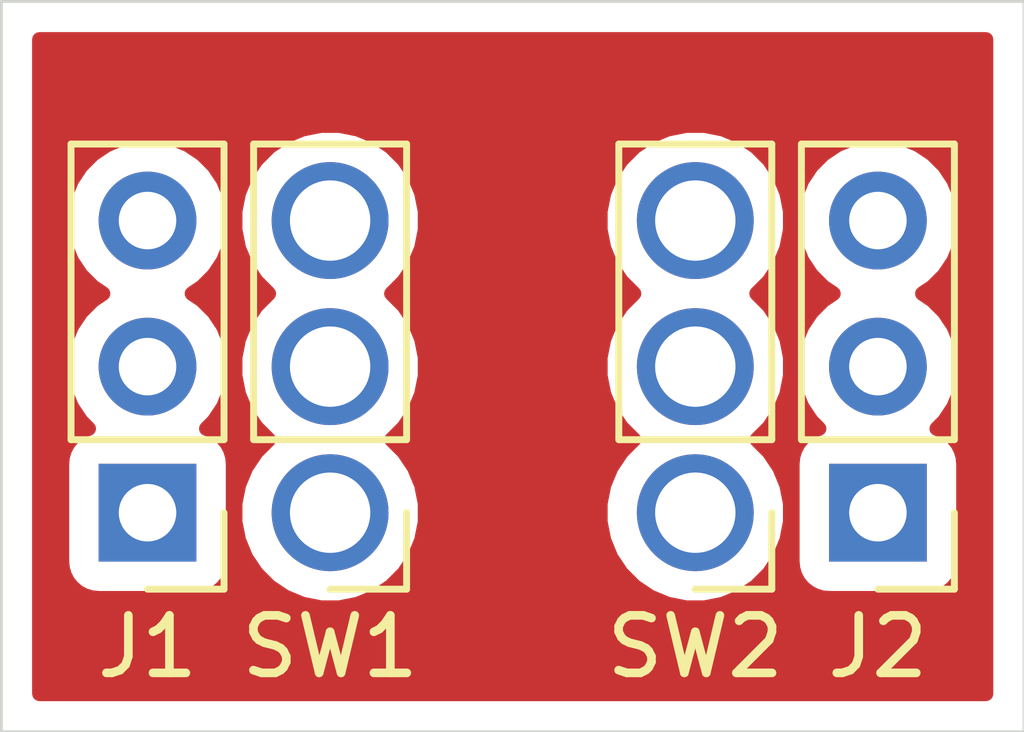
<source format=kicad_pcb>
(kicad_pcb (version 20171130) (host pcbnew "(5.1.5)-3")

  (general
    (thickness 1.6)
    (drawings 4)
    (tracks 0)
    (zones 0)
    (modules 4)
    (nets 7)
  )

  (page A4)
  (layers
    (0 F.Cu signal)
    (31 B.Cu signal)
    (32 B.Adhes user hide)
    (33 F.Adhes user hide)
    (34 B.Paste user hide)
    (35 F.Paste user hide)
    (36 B.SilkS user hide)
    (37 F.SilkS user hide)
    (38 B.Mask user)
    (39 F.Mask user)
    (40 Dwgs.User user)
    (41 Cmts.User user hide)
    (42 Eco1.User user hide)
    (43 Eco2.User user hide)
    (44 Edge.Cuts user)
    (45 Margin user hide)
    (46 B.CrtYd user hide)
    (47 F.CrtYd user hide)
    (48 B.Fab user hide)
    (49 F.Fab user hide)
  )

  (setup
    (last_trace_width 0.25)
    (trace_clearance 0.2)
    (zone_clearance 0.508)
    (zone_45_only no)
    (trace_min 0.2)
    (via_size 0.8)
    (via_drill 0.4)
    (via_min_size 0.4)
    (via_min_drill 0.3)
    (uvia_size 0.3)
    (uvia_drill 0.1)
    (uvias_allowed no)
    (uvia_min_size 0.2)
    (uvia_min_drill 0.1)
    (edge_width 0.05)
    (segment_width 0.2)
    (pcb_text_width 0.3)
    (pcb_text_size 1.5 1.5)
    (mod_edge_width 0.12)
    (mod_text_size 1 1)
    (mod_text_width 0.15)
    (pad_size 1.524 1.524)
    (pad_drill 0.762)
    (pad_to_mask_clearance 0.051)
    (solder_mask_min_width 0.25)
    (aux_axis_origin 0 0)
    (visible_elements 7FFFFFFF)
    (pcbplotparams
      (layerselection 0x010c0_ffffffff)
      (usegerberextensions false)
      (usegerberattributes false)
      (usegerberadvancedattributes false)
      (creategerberjobfile false)
      (excludeedgelayer true)
      (linewidth 0.100000)
      (plotframeref false)
      (viasonmask false)
      (mode 1)
      (useauxorigin false)
      (hpglpennumber 1)
      (hpglpenspeed 20)
      (hpglpendiameter 15.000000)
      (psnegative false)
      (psa4output false)
      (plotreference true)
      (plotvalue true)
      (plotinvisibletext false)
      (padsonsilk false)
      (subtractmaskfromsilk false)
      (outputformat 1)
      (mirror false)
      (drillshape 0)
      (scaleselection 1)
      (outputdirectory "Gerbers/"))
  )

  (net 0 "")
  (net 1 /NO1)
  (net 2 /Com1)
  (net 3 /NC1)
  (net 4 /NC2)
  (net 5 /Com2)
  (net 6 /NO2)

  (net_class Default "This is the default net class."
    (clearance 0.2)
    (trace_width 0.25)
    (via_dia 0.8)
    (via_drill 0.4)
    (uvia_dia 0.3)
    (uvia_drill 0.1)
    (add_net /Com1)
    (add_net /Com2)
    (add_net /NC1)
    (add_net /NC2)
    (add_net /NO1)
    (add_net /NO2)
  )

  (module Connector_PinHeader_2.54mm:PinHeader_1x03_P2.54mm_Vertical (layer F.Cu) (tedit 59FED5CC) (tstamp 5F6410BB)
    (at 139.7 88.9 180)
    (descr "Through hole straight pin header, 1x03, 2.54mm pitch, single row")
    (tags "Through hole pin header THT 1x03 2.54mm single row")
    (path /5F63E499)
    (fp_text reference J1 (at 0 -2.33) (layer F.SilkS)
      (effects (font (size 1 1) (thickness 0.15)))
    )
    (fp_text value Conn_01x03_Male (at 7.826999 13.541999) (layer F.Fab) hide
      (effects (font (size 1 1) (thickness 0.15)))
    )
    (fp_text user %R (at 0 2.54 90) (layer F.Fab)
      (effects (font (size 1 1) (thickness 0.15)))
    )
    (fp_line (start 1.8 -1.8) (end -1.8 -1.8) (layer F.CrtYd) (width 0.05))
    (fp_line (start 1.8 6.85) (end 1.8 -1.8) (layer F.CrtYd) (width 0.05))
    (fp_line (start -1.8 6.85) (end 1.8 6.85) (layer F.CrtYd) (width 0.05))
    (fp_line (start -1.8 -1.8) (end -1.8 6.85) (layer F.CrtYd) (width 0.05))
    (fp_line (start -1.33 -1.33) (end 0 -1.33) (layer F.SilkS) (width 0.12))
    (fp_line (start -1.33 0) (end -1.33 -1.33) (layer F.SilkS) (width 0.12))
    (fp_line (start -1.33 1.27) (end 1.33 1.27) (layer F.SilkS) (width 0.12))
    (fp_line (start 1.33 1.27) (end 1.33 6.41) (layer F.SilkS) (width 0.12))
    (fp_line (start -1.33 1.27) (end -1.33 6.41) (layer F.SilkS) (width 0.12))
    (fp_line (start -1.33 6.41) (end 1.33 6.41) (layer F.SilkS) (width 0.12))
    (fp_line (start -1.27 -0.635) (end -0.635 -1.27) (layer F.Fab) (width 0.1))
    (fp_line (start -1.27 6.35) (end -1.27 -0.635) (layer F.Fab) (width 0.1))
    (fp_line (start 1.27 6.35) (end -1.27 6.35) (layer F.Fab) (width 0.1))
    (fp_line (start 1.27 -1.27) (end 1.27 6.35) (layer F.Fab) (width 0.1))
    (fp_line (start -0.635 -1.27) (end 1.27 -1.27) (layer F.Fab) (width 0.1))
    (pad 3 thru_hole oval (at 0 5.08 180) (size 1.7 1.7) (drill 1) (layers *.Cu *.Mask)
      (net 1 /NO1))
    (pad 2 thru_hole oval (at 0 2.54 180) (size 1.7 1.7) (drill 1) (layers *.Cu *.Mask)
      (net 2 /Com1))
    (pad 1 thru_hole rect (at 0 0 180) (size 1.7 1.7) (drill 1) (layers *.Cu *.Mask)
      (net 3 /NC1))
    (model ${KISYS3DMOD}/Connector_PinHeader_2.54mm.3dshapes/PinHeader_1x03_P2.54mm_Vertical.wrl
      (at (xyz 0 0 0))
      (scale (xyz 1 1 1))
      (rotate (xyz 0 0 0))
    )
  )

  (module Connector_PinHeader_2.54mm:PinHeader_1x03_P2.54mm_Vertical (layer F.Cu) (tedit 59FED5CC) (tstamp 5F6406A1)
    (at 152.4 88.9 180)
    (descr "Through hole straight pin header, 1x03, 2.54mm pitch, single row")
    (tags "Through hole pin header THT 1x03 2.54mm single row")
    (path /5F63DD61)
    (fp_text reference J2 (at 0 -2.33) (layer F.SilkS)
      (effects (font (size 1 1) (thickness 0.15)))
    )
    (fp_text value Conn_01x03_Male (at 3.176999 12.144999) (layer F.Fab) hide
      (effects (font (size 1 1) (thickness 0.15)))
    )
    (fp_line (start -0.635 -1.27) (end 1.27 -1.27) (layer F.Fab) (width 0.1))
    (fp_line (start 1.27 -1.27) (end 1.27 6.35) (layer F.Fab) (width 0.1))
    (fp_line (start 1.27 6.35) (end -1.27 6.35) (layer F.Fab) (width 0.1))
    (fp_line (start -1.27 6.35) (end -1.27 -0.635) (layer F.Fab) (width 0.1))
    (fp_line (start -1.27 -0.635) (end -0.635 -1.27) (layer F.Fab) (width 0.1))
    (fp_line (start -1.33 6.41) (end 1.33 6.41) (layer F.SilkS) (width 0.12))
    (fp_line (start -1.33 1.27) (end -1.33 6.41) (layer F.SilkS) (width 0.12))
    (fp_line (start 1.33 1.27) (end 1.33 6.41) (layer F.SilkS) (width 0.12))
    (fp_line (start -1.33 1.27) (end 1.33 1.27) (layer F.SilkS) (width 0.12))
    (fp_line (start -1.33 0) (end -1.33 -1.33) (layer F.SilkS) (width 0.12))
    (fp_line (start -1.33 -1.33) (end 0 -1.33) (layer F.SilkS) (width 0.12))
    (fp_line (start -1.8 -1.8) (end -1.8 6.85) (layer F.CrtYd) (width 0.05))
    (fp_line (start -1.8 6.85) (end 1.8 6.85) (layer F.CrtYd) (width 0.05))
    (fp_line (start 1.8 6.85) (end 1.8 -1.8) (layer F.CrtYd) (width 0.05))
    (fp_line (start 1.8 -1.8) (end -1.8 -1.8) (layer F.CrtYd) (width 0.05))
    (fp_text user %R (at 0 2.54 270) (layer F.Fab)
      (effects (font (size 1 1) (thickness 0.15)))
    )
    (pad 1 thru_hole rect (at 0 0 180) (size 1.7 1.7) (drill 1) (layers *.Cu *.Mask)
      (net 4 /NC2))
    (pad 2 thru_hole oval (at 0 2.54 180) (size 1.7 1.7) (drill 1) (layers *.Cu *.Mask)
      (net 5 /Com2))
    (pad 3 thru_hole oval (at 0 5.08 180) (size 1.7 1.7) (drill 1) (layers *.Cu *.Mask)
      (net 6 /NO2))
    (model ${KISYS3DMOD}/Connector_PinHeader_2.54mm.3dshapes/PinHeader_1x03_P2.54mm_Vertical.wrl
      (at (xyz 0 0 0))
      (scale (xyz 1 1 1))
      (rotate (xyz 0 0 0))
    )
  )

  (module "SPDT Switch:PinHeader_1x03_P2.54mm_Vertical" (layer F.Cu) (tedit 5F63B56F) (tstamp 5F640D7E)
    (at 142.875 88.9 180)
    (descr "Through hole straight pin header, 1x03, 2.54mm pitch, single row")
    (tags "Through hole pin header THT 1x03 2.54mm single row")
    (path /5F640BE7)
    (fp_text reference SW1 (at 0 -2.33) (layer F.SilkS)
      (effects (font (size 1 1) (thickness 0.15)))
    )
    (fp_text value SW_Push_SPDT (at -0.762 11.938) (layer F.Fab) hide
      (effects (font (size 1 1) (thickness 0.15)))
    )
    (fp_line (start 1.8 -1.8) (end -1.8 -1.8) (layer F.CrtYd) (width 0.05))
    (fp_line (start 1.8 6.85) (end 1.8 -1.8) (layer F.CrtYd) (width 0.05))
    (fp_line (start -1.8 6.85) (end 1.8 6.85) (layer F.CrtYd) (width 0.05))
    (fp_line (start -1.8 -1.8) (end -1.8 6.85) (layer F.CrtYd) (width 0.05))
    (fp_line (start -1.33 -1.33) (end 0 -1.33) (layer F.SilkS) (width 0.12))
    (fp_line (start -1.33 0) (end -1.33 -1.33) (layer F.SilkS) (width 0.12))
    (fp_line (start -1.33 1.27) (end 1.33 1.27) (layer F.SilkS) (width 0.12))
    (fp_line (start 1.33 1.27) (end 1.33 6.41) (layer F.SilkS) (width 0.12))
    (fp_line (start -1.33 1.27) (end -1.33 6.41) (layer F.SilkS) (width 0.12))
    (fp_line (start -1.33 6.41) (end 1.33 6.41) (layer F.SilkS) (width 0.12))
    (fp_line (start -1.27 -0.635) (end -0.635 -1.27) (layer F.Fab) (width 0.1))
    (fp_line (start -1.27 6.35) (end -1.27 -0.635) (layer F.Fab) (width 0.1))
    (fp_line (start 1.27 6.35) (end -1.27 6.35) (layer F.Fab) (width 0.1))
    (fp_line (start 1.27 -1.27) (end 1.27 6.35) (layer F.Fab) (width 0.1))
    (fp_line (start -0.635 -1.27) (end 1.27 -1.27) (layer F.Fab) (width 0.1))
    (pad 1 thru_hole oval (at 0 0 180) (size 2.032 2.032) (drill 1.397) (layers *.Cu *.Mask)
      (net 3 /NC1))
    (pad 3 thru_hole oval (at 0 5.08 180) (size 2.032 2.032) (drill 1.397) (layers *.Cu *.Mask)
      (net 1 /NO1))
    (pad 2 thru_hole oval (at 0 2.54 180) (size 2.032 2.032) (drill 1.397) (layers *.Cu *.Mask)
      (net 2 /Com1))
    (model ${KISYS3DMOD}/Connector_PinHeader_2.54mm.3dshapes/PinHeader_1x03_P2.54mm_Vertical.wrl
      (at (xyz 0 0 0))
      (scale (xyz 1 1 1))
      (rotate (xyz 0 0 0))
    )
  )

  (module "SPDT Switch:PinHeader_1x03_P2.54mm_Vertical" (layer F.Cu) (tedit 5F63B56F) (tstamp 5F723420)
    (at 149.225 88.9 180)
    (descr "Through hole straight pin header, 1x03, 2.54mm pitch, single row")
    (tags "Through hole pin header THT 1x03 2.54mm single row")
    (path /5F6403DF)
    (fp_text reference SW2 (at 0 -2.33) (layer F.SilkS)
      (effects (font (size 1 1) (thickness 0.15)))
    )
    (fp_text value SW_Push_SPDT (at 3.302 10.16) (layer F.Fab) hide
      (effects (font (size 1 1) (thickness 0.15)))
    )
    (fp_line (start -0.635 -1.27) (end 1.27 -1.27) (layer F.Fab) (width 0.1))
    (fp_line (start 1.27 -1.27) (end 1.27 6.35) (layer F.Fab) (width 0.1))
    (fp_line (start 1.27 6.35) (end -1.27 6.35) (layer F.Fab) (width 0.1))
    (fp_line (start -1.27 6.35) (end -1.27 -0.635) (layer F.Fab) (width 0.1))
    (fp_line (start -1.27 -0.635) (end -0.635 -1.27) (layer F.Fab) (width 0.1))
    (fp_line (start -1.33 6.41) (end 1.33 6.41) (layer F.SilkS) (width 0.12))
    (fp_line (start -1.33 1.27) (end -1.33 6.41) (layer F.SilkS) (width 0.12))
    (fp_line (start 1.33 1.27) (end 1.33 6.41) (layer F.SilkS) (width 0.12))
    (fp_line (start -1.33 1.27) (end 1.33 1.27) (layer F.SilkS) (width 0.12))
    (fp_line (start -1.33 0) (end -1.33 -1.33) (layer F.SilkS) (width 0.12))
    (fp_line (start -1.33 -1.33) (end 0 -1.33) (layer F.SilkS) (width 0.12))
    (fp_line (start -1.8 -1.8) (end -1.8 6.85) (layer F.CrtYd) (width 0.05))
    (fp_line (start -1.8 6.85) (end 1.8 6.85) (layer F.CrtYd) (width 0.05))
    (fp_line (start 1.8 6.85) (end 1.8 -1.8) (layer F.CrtYd) (width 0.05))
    (fp_line (start 1.8 -1.8) (end -1.8 -1.8) (layer F.CrtYd) (width 0.05))
    (pad 2 thru_hole oval (at 0 2.54 180) (size 2.032 2.032) (drill 1.397) (layers *.Cu *.Mask)
      (net 5 /Com2))
    (pad 3 thru_hole oval (at 0 5.08 180) (size 2.032 2.032) (drill 1.397) (layers *.Cu *.Mask)
      (net 6 /NO2))
    (pad 1 thru_hole oval (at 0 0 180) (size 2.032 2.032) (drill 1.397) (layers *.Cu *.Mask)
      (net 4 /NC2))
    (model ${KISYS3DMOD}/Connector_PinHeader_2.54mm.3dshapes/PinHeader_1x03_P2.54mm_Vertical.wrl
      (at (xyz 0 0 0))
      (scale (xyz 1 1 1))
      (rotate (xyz 0 0 0))
    )
  )

  (gr_line (start 154.94 80.01) (end 137.16 80.01) (layer Edge.Cuts) (width 0.05) (tstamp 5F64113F))
  (gr_line (start 154.94 92.71) (end 154.94 80.01) (layer Edge.Cuts) (width 0.05))
  (gr_line (start 137.16 92.71) (end 154.94 92.71) (layer Edge.Cuts) (width 0.05))
  (gr_line (start 137.16 80.01) (end 137.16 92.71) (layer Edge.Cuts) (width 0.05))

  (zone (net 0) (net_name "") (layer F.Cu) (tstamp 5F64117C) (hatch edge 0.508)
    (connect_pads (clearance 0.508))
    (min_thickness 0.254)
    (fill yes (arc_segments 32) (thermal_gap 0.508) (thermal_bridge_width 0.508))
    (polygon
      (pts
        (xy 154.94 92.71) (xy 137.16 92.71) (xy 137.16 80.01) (xy 154.94 80.01)
      )
    )
    (filled_polygon
      (pts
        (xy 154.28 92.05) (xy 137.82 92.05) (xy 137.82 88.05) (xy 138.211928 88.05) (xy 138.211928 89.75)
        (xy 138.224188 89.874482) (xy 138.260498 89.99418) (xy 138.319463 90.104494) (xy 138.398815 90.201185) (xy 138.495506 90.280537)
        (xy 138.60582 90.339502) (xy 138.725518 90.375812) (xy 138.85 90.388072) (xy 140.55 90.388072) (xy 140.674482 90.375812)
        (xy 140.79418 90.339502) (xy 140.904494 90.280537) (xy 141.001185 90.201185) (xy 141.080537 90.104494) (xy 141.139502 89.99418)
        (xy 141.175812 89.874482) (xy 141.188072 89.75) (xy 141.188072 88.05) (xy 141.175812 87.925518) (xy 141.139502 87.80582)
        (xy 141.080537 87.695506) (xy 141.001185 87.598815) (xy 140.904494 87.519463) (xy 140.79418 87.460498) (xy 140.72162 87.438487)
        (xy 140.853475 87.306632) (xy 141.01599 87.063411) (xy 141.127932 86.793158) (xy 141.185 86.50626) (xy 141.185 86.21374)
        (xy 141.127932 85.926842) (xy 141.01599 85.656589) (xy 140.853475 85.413368) (xy 140.646632 85.206525) (xy 140.47224 85.09)
        (xy 140.646632 84.973475) (xy 140.853475 84.766632) (xy 141.01599 84.523411) (xy 141.127932 84.253158) (xy 141.185 83.96626)
        (xy 141.185 83.67374) (xy 141.181748 83.657391) (xy 141.224 83.657391) (xy 141.224 83.982609) (xy 141.287447 84.301579)
        (xy 141.411903 84.602042) (xy 141.592585 84.872451) (xy 141.810134 85.09) (xy 141.592585 85.307549) (xy 141.411903 85.577958)
        (xy 141.287447 85.878421) (xy 141.224 86.197391) (xy 141.224 86.522609) (xy 141.287447 86.841579) (xy 141.411903 87.142042)
        (xy 141.592585 87.412451) (xy 141.810134 87.63) (xy 141.592585 87.847549) (xy 141.411903 88.117958) (xy 141.287447 88.418421)
        (xy 141.224 88.737391) (xy 141.224 89.062609) (xy 141.287447 89.381579) (xy 141.411903 89.682042) (xy 141.592585 89.952451)
        (xy 141.822549 90.182415) (xy 142.092958 90.363097) (xy 142.393421 90.487553) (xy 142.712391 90.551) (xy 143.037609 90.551)
        (xy 143.356579 90.487553) (xy 143.657042 90.363097) (xy 143.927451 90.182415) (xy 144.157415 89.952451) (xy 144.338097 89.682042)
        (xy 144.462553 89.381579) (xy 144.526 89.062609) (xy 144.526 88.737391) (xy 144.462553 88.418421) (xy 144.338097 88.117958)
        (xy 144.157415 87.847549) (xy 143.939866 87.63) (xy 144.157415 87.412451) (xy 144.338097 87.142042) (xy 144.462553 86.841579)
        (xy 144.526 86.522609) (xy 144.526 86.197391) (xy 144.462553 85.878421) (xy 144.338097 85.577958) (xy 144.157415 85.307549)
        (xy 143.939866 85.09) (xy 144.157415 84.872451) (xy 144.338097 84.602042) (xy 144.462553 84.301579) (xy 144.526 83.982609)
        (xy 144.526 83.657391) (xy 147.574 83.657391) (xy 147.574 83.982609) (xy 147.637447 84.301579) (xy 147.761903 84.602042)
        (xy 147.942585 84.872451) (xy 148.160134 85.09) (xy 147.942585 85.307549) (xy 147.761903 85.577958) (xy 147.637447 85.878421)
        (xy 147.574 86.197391) (xy 147.574 86.522609) (xy 147.637447 86.841579) (xy 147.761903 87.142042) (xy 147.942585 87.412451)
        (xy 148.160134 87.63) (xy 147.942585 87.847549) (xy 147.761903 88.117958) (xy 147.637447 88.418421) (xy 147.574 88.737391)
        (xy 147.574 89.062609) (xy 147.637447 89.381579) (xy 147.761903 89.682042) (xy 147.942585 89.952451) (xy 148.172549 90.182415)
        (xy 148.442958 90.363097) (xy 148.743421 90.487553) (xy 149.062391 90.551) (xy 149.387609 90.551) (xy 149.706579 90.487553)
        (xy 150.007042 90.363097) (xy 150.277451 90.182415) (xy 150.507415 89.952451) (xy 150.688097 89.682042) (xy 150.812553 89.381579)
        (xy 150.876 89.062609) (xy 150.876 88.737391) (xy 150.812553 88.418421) (xy 150.688097 88.117958) (xy 150.642689 88.05)
        (xy 150.911928 88.05) (xy 150.911928 89.75) (xy 150.924188 89.874482) (xy 150.960498 89.99418) (xy 151.019463 90.104494)
        (xy 151.098815 90.201185) (xy 151.195506 90.280537) (xy 151.30582 90.339502) (xy 151.425518 90.375812) (xy 151.55 90.388072)
        (xy 153.25 90.388072) (xy 153.374482 90.375812) (xy 153.49418 90.339502) (xy 153.604494 90.280537) (xy 153.701185 90.201185)
        (xy 153.780537 90.104494) (xy 153.839502 89.99418) (xy 153.875812 89.874482) (xy 153.888072 89.75) (xy 153.888072 88.05)
        (xy 153.875812 87.925518) (xy 153.839502 87.80582) (xy 153.780537 87.695506) (xy 153.701185 87.598815) (xy 153.604494 87.519463)
        (xy 153.49418 87.460498) (xy 153.42162 87.438487) (xy 153.553475 87.306632) (xy 153.71599 87.063411) (xy 153.827932 86.793158)
        (xy 153.885 86.50626) (xy 153.885 86.21374) (xy 153.827932 85.926842) (xy 153.71599 85.656589) (xy 153.553475 85.413368)
        (xy 153.346632 85.206525) (xy 153.17224 85.09) (xy 153.346632 84.973475) (xy 153.553475 84.766632) (xy 153.71599 84.523411)
        (xy 153.827932 84.253158) (xy 153.885 83.96626) (xy 153.885 83.67374) (xy 153.827932 83.386842) (xy 153.71599 83.116589)
        (xy 153.553475 82.873368) (xy 153.346632 82.666525) (xy 153.103411 82.50401) (xy 152.833158 82.392068) (xy 152.54626 82.335)
        (xy 152.25374 82.335) (xy 151.966842 82.392068) (xy 151.696589 82.50401) (xy 151.453368 82.666525) (xy 151.246525 82.873368)
        (xy 151.08401 83.116589) (xy 150.972068 83.386842) (xy 150.915 83.67374) (xy 150.915 83.96626) (xy 150.972068 84.253158)
        (xy 151.08401 84.523411) (xy 151.246525 84.766632) (xy 151.453368 84.973475) (xy 151.62776 85.09) (xy 151.453368 85.206525)
        (xy 151.246525 85.413368) (xy 151.08401 85.656589) (xy 150.972068 85.926842) (xy 150.915 86.21374) (xy 150.915 86.50626)
        (xy 150.972068 86.793158) (xy 151.08401 87.063411) (xy 151.246525 87.306632) (xy 151.37838 87.438487) (xy 151.30582 87.460498)
        (xy 151.195506 87.519463) (xy 151.098815 87.598815) (xy 151.019463 87.695506) (xy 150.960498 87.80582) (xy 150.924188 87.925518)
        (xy 150.911928 88.05) (xy 150.642689 88.05) (xy 150.507415 87.847549) (xy 150.289866 87.63) (xy 150.507415 87.412451)
        (xy 150.688097 87.142042) (xy 150.812553 86.841579) (xy 150.876 86.522609) (xy 150.876 86.197391) (xy 150.812553 85.878421)
        (xy 150.688097 85.577958) (xy 150.507415 85.307549) (xy 150.289866 85.09) (xy 150.507415 84.872451) (xy 150.688097 84.602042)
        (xy 150.812553 84.301579) (xy 150.876 83.982609) (xy 150.876 83.657391) (xy 150.812553 83.338421) (xy 150.688097 83.037958)
        (xy 150.507415 82.767549) (xy 150.277451 82.537585) (xy 150.007042 82.356903) (xy 149.706579 82.232447) (xy 149.387609 82.169)
        (xy 149.062391 82.169) (xy 148.743421 82.232447) (xy 148.442958 82.356903) (xy 148.172549 82.537585) (xy 147.942585 82.767549)
        (xy 147.761903 83.037958) (xy 147.637447 83.338421) (xy 147.574 83.657391) (xy 144.526 83.657391) (xy 144.462553 83.338421)
        (xy 144.338097 83.037958) (xy 144.157415 82.767549) (xy 143.927451 82.537585) (xy 143.657042 82.356903) (xy 143.356579 82.232447)
        (xy 143.037609 82.169) (xy 142.712391 82.169) (xy 142.393421 82.232447) (xy 142.092958 82.356903) (xy 141.822549 82.537585)
        (xy 141.592585 82.767549) (xy 141.411903 83.037958) (xy 141.287447 83.338421) (xy 141.224 83.657391) (xy 141.181748 83.657391)
        (xy 141.127932 83.386842) (xy 141.01599 83.116589) (xy 140.853475 82.873368) (xy 140.646632 82.666525) (xy 140.403411 82.50401)
        (xy 140.133158 82.392068) (xy 139.84626 82.335) (xy 139.55374 82.335) (xy 139.266842 82.392068) (xy 138.996589 82.50401)
        (xy 138.753368 82.666525) (xy 138.546525 82.873368) (xy 138.38401 83.116589) (xy 138.272068 83.386842) (xy 138.215 83.67374)
        (xy 138.215 83.96626) (xy 138.272068 84.253158) (xy 138.38401 84.523411) (xy 138.546525 84.766632) (xy 138.753368 84.973475)
        (xy 138.92776 85.09) (xy 138.753368 85.206525) (xy 138.546525 85.413368) (xy 138.38401 85.656589) (xy 138.272068 85.926842)
        (xy 138.215 86.21374) (xy 138.215 86.50626) (xy 138.272068 86.793158) (xy 138.38401 87.063411) (xy 138.546525 87.306632)
        (xy 138.67838 87.438487) (xy 138.60582 87.460498) (xy 138.495506 87.519463) (xy 138.398815 87.598815) (xy 138.319463 87.695506)
        (xy 138.260498 87.80582) (xy 138.224188 87.925518) (xy 138.211928 88.05) (xy 137.82 88.05) (xy 137.82 80.67)
        (xy 154.280001 80.67)
      )
    )
  )
)

</source>
